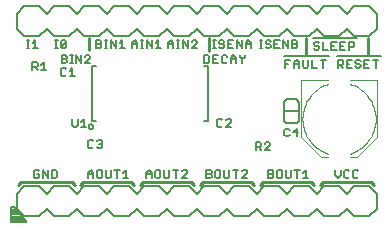
<source format=gto>
G75*
G70*
%OFA0B0*%
%FSLAX24Y24*%
%IPPOS*%
%LPD*%
%AMOC8*
5,1,8,0,0,1.08239X$1,22.5*
%
%ADD10C,0.0060*%
%ADD11C,0.0100*%
%ADD12C,0.0080*%
%ADD13C,0.0050*%
%ADD14C,0.0040*%
D10*
X001078Y002330D02*
X001165Y002330D01*
X001208Y002373D01*
X001208Y002460D01*
X001122Y002460D01*
X001208Y002547D02*
X001165Y002590D01*
X001078Y002590D01*
X001035Y002547D01*
X001035Y002373D01*
X001078Y002330D01*
X001330Y002330D02*
X001330Y002590D01*
X001503Y002330D01*
X001503Y002590D01*
X001624Y002590D02*
X001754Y002590D01*
X001798Y002547D01*
X001798Y002373D01*
X001754Y002330D01*
X001624Y002330D01*
X001624Y002590D01*
X002835Y002503D02*
X002835Y002330D01*
X002835Y002460D02*
X003008Y002460D01*
X003008Y002503D02*
X003008Y002330D01*
X003130Y002373D02*
X003173Y002330D01*
X003260Y002330D01*
X003303Y002373D01*
X003303Y002547D01*
X003260Y002590D01*
X003173Y002590D01*
X003130Y002547D01*
X003130Y002373D01*
X003008Y002503D02*
X002922Y002590D01*
X002835Y002503D01*
X003424Y002590D02*
X003424Y002373D01*
X003468Y002330D01*
X003554Y002330D01*
X003598Y002373D01*
X003598Y002590D01*
X003719Y002590D02*
X003892Y002590D01*
X003806Y002590D02*
X003806Y002330D01*
X004014Y002330D02*
X004187Y002330D01*
X004100Y002330D02*
X004100Y002590D01*
X004014Y002503D01*
X004785Y002503D02*
X004785Y002330D01*
X004785Y002460D02*
X004958Y002460D01*
X004958Y002503D02*
X004958Y002330D01*
X005080Y002373D02*
X005123Y002330D01*
X005210Y002330D01*
X005253Y002373D01*
X005253Y002547D01*
X005210Y002590D01*
X005123Y002590D01*
X005080Y002547D01*
X005080Y002373D01*
X004958Y002503D02*
X004872Y002590D01*
X004785Y002503D01*
X005374Y002590D02*
X005374Y002373D01*
X005418Y002330D01*
X005504Y002330D01*
X005548Y002373D01*
X005548Y002590D01*
X005669Y002590D02*
X005842Y002590D01*
X005756Y002590D02*
X005756Y002330D01*
X005964Y002330D02*
X006137Y002503D01*
X006137Y002547D01*
X006094Y002590D01*
X006007Y002590D01*
X005964Y002547D01*
X005964Y002330D02*
X006137Y002330D01*
X006785Y002330D02*
X006915Y002330D01*
X006958Y002373D01*
X006958Y002417D01*
X006915Y002460D01*
X006785Y002460D01*
X006785Y002330D02*
X006785Y002590D01*
X006915Y002590D01*
X006958Y002547D01*
X006958Y002503D01*
X006915Y002460D01*
X007080Y002373D02*
X007123Y002330D01*
X007210Y002330D01*
X007253Y002373D01*
X007253Y002547D01*
X007210Y002590D01*
X007123Y002590D01*
X007080Y002547D01*
X007080Y002373D01*
X007374Y002373D02*
X007374Y002590D01*
X007548Y002590D02*
X007548Y002373D01*
X007504Y002330D01*
X007418Y002330D01*
X007374Y002373D01*
X007669Y002590D02*
X007842Y002590D01*
X007756Y002590D02*
X007756Y002330D01*
X007964Y002330D02*
X008137Y002503D01*
X008137Y002547D01*
X008094Y002590D01*
X008007Y002590D01*
X007964Y002547D01*
X007964Y002330D02*
X008137Y002330D01*
X008835Y002330D02*
X008965Y002330D01*
X009008Y002373D01*
X009008Y002417D01*
X008965Y002460D01*
X008835Y002460D01*
X008835Y002330D02*
X008835Y002590D01*
X008965Y002590D01*
X009008Y002547D01*
X009008Y002503D01*
X008965Y002460D01*
X009130Y002373D02*
X009173Y002330D01*
X009260Y002330D01*
X009303Y002373D01*
X009303Y002547D01*
X009260Y002590D01*
X009173Y002590D01*
X009130Y002547D01*
X009130Y002373D01*
X009424Y002373D02*
X009424Y002590D01*
X009598Y002590D02*
X009598Y002373D01*
X009554Y002330D01*
X009468Y002330D01*
X009424Y002373D01*
X009719Y002590D02*
X009892Y002590D01*
X009806Y002590D02*
X009806Y002330D01*
X010014Y002330D02*
X010187Y002330D01*
X010100Y002330D02*
X010100Y002590D01*
X010014Y002503D01*
X011085Y002417D02*
X011172Y002330D01*
X011258Y002417D01*
X011258Y002590D01*
X011380Y002547D02*
X011380Y002373D01*
X011423Y002330D01*
X011510Y002330D01*
X011553Y002373D01*
X011674Y002373D02*
X011718Y002330D01*
X011804Y002330D01*
X011848Y002373D01*
X011674Y002373D02*
X011674Y002547D01*
X011718Y002590D01*
X011804Y002590D01*
X011848Y002547D01*
X011553Y002547D02*
X011510Y002590D01*
X011423Y002590D01*
X011380Y002547D01*
X011085Y002590D02*
X011085Y002417D01*
X009809Y003716D02*
X009809Y003977D01*
X009679Y003846D01*
X009853Y003846D01*
X009558Y003760D02*
X009515Y003716D01*
X009428Y003716D01*
X009385Y003760D01*
X009385Y003933D01*
X009428Y003977D01*
X009515Y003977D01*
X009558Y003933D01*
X009481Y004163D02*
X009757Y004163D01*
X009756Y004163D02*
X009774Y004162D01*
X009791Y004166D01*
X009807Y004172D01*
X009822Y004182D01*
X009834Y004194D01*
X009844Y004208D01*
X009851Y004224D01*
X009854Y004241D01*
X009855Y004241D02*
X009855Y004556D01*
X009383Y004556D01*
X009383Y004871D01*
X009386Y004888D01*
X009393Y004904D01*
X009403Y004918D01*
X009415Y004930D01*
X009430Y004940D01*
X009446Y004946D01*
X009463Y004950D01*
X009481Y004949D01*
X009481Y004950D02*
X009757Y004950D01*
X009756Y004949D02*
X009774Y004950D01*
X009791Y004946D01*
X009807Y004940D01*
X009822Y004930D01*
X009834Y004918D01*
X009844Y004904D01*
X009851Y004888D01*
X009854Y004871D01*
X009855Y004871D02*
X009855Y004556D01*
X009383Y004556D02*
X009383Y004241D01*
X009386Y004224D01*
X009393Y004208D01*
X009403Y004194D01*
X009415Y004182D01*
X009430Y004172D01*
X009446Y004166D01*
X009463Y004162D01*
X009481Y004163D01*
X008870Y003520D02*
X008784Y003520D01*
X008740Y003477D01*
X008619Y003477D02*
X008619Y003390D01*
X008576Y003347D01*
X008446Y003347D01*
X008532Y003347D02*
X008619Y003260D01*
X008740Y003260D02*
X008914Y003433D01*
X008914Y003477D01*
X008870Y003520D01*
X008619Y003477D02*
X008576Y003520D01*
X008446Y003520D01*
X008446Y003260D01*
X008740Y003260D02*
X008914Y003260D01*
X007603Y004030D02*
X007430Y004030D01*
X007603Y004203D01*
X007603Y004247D01*
X007560Y004290D01*
X007473Y004290D01*
X007430Y004247D01*
X007308Y004247D02*
X007265Y004290D01*
X007178Y004290D01*
X007135Y004247D01*
X007135Y004073D01*
X007178Y004030D01*
X007265Y004030D01*
X007308Y004073D01*
X009412Y006010D02*
X009412Y006270D01*
X009585Y006270D01*
X009706Y006183D02*
X009793Y006270D01*
X009880Y006183D01*
X009880Y006010D01*
X010001Y006053D02*
X010044Y006010D01*
X010131Y006010D01*
X010175Y006053D01*
X010175Y006270D01*
X010296Y006270D02*
X010296Y006010D01*
X010469Y006010D01*
X010677Y006010D02*
X010677Y006270D01*
X010590Y006270D02*
X010764Y006270D01*
X010855Y006390D02*
X009382Y006390D01*
X009412Y006140D02*
X009498Y006140D01*
X009706Y006140D02*
X009880Y006140D01*
X010001Y006053D02*
X010001Y006270D01*
X009706Y006183D02*
X009706Y006010D01*
X009770Y006660D02*
X009640Y006660D01*
X009640Y006920D01*
X009770Y006920D01*
X009814Y006877D01*
X009814Y006833D01*
X009770Y006790D01*
X009640Y006790D01*
X009770Y006790D02*
X009814Y006747D01*
X009814Y006703D01*
X009770Y006660D01*
X009519Y006660D02*
X009519Y006920D01*
X009346Y006920D02*
X009519Y006660D01*
X009346Y006660D02*
X009346Y006920D01*
X009225Y006920D02*
X009051Y006920D01*
X009051Y006660D01*
X009225Y006660D01*
X009138Y006790D02*
X009051Y006790D01*
X008930Y006747D02*
X008930Y006703D01*
X008887Y006660D01*
X008800Y006660D01*
X008756Y006703D01*
X008800Y006790D02*
X008887Y006790D01*
X008930Y006747D01*
X008800Y006790D02*
X008756Y006833D01*
X008756Y006877D01*
X008800Y006920D01*
X008887Y006920D01*
X008930Y006877D01*
X008647Y006920D02*
X008560Y006920D01*
X008603Y006920D02*
X008603Y006660D01*
X008560Y006660D02*
X008647Y006660D01*
X008264Y006660D02*
X008264Y006833D01*
X008177Y006920D01*
X008090Y006833D01*
X008090Y006660D01*
X007969Y006660D02*
X007969Y006920D01*
X008090Y006790D02*
X008264Y006790D01*
X007969Y006660D02*
X007796Y006920D01*
X007796Y006660D01*
X007675Y006660D02*
X007501Y006660D01*
X007501Y006920D01*
X007675Y006920D01*
X007588Y006790D02*
X007501Y006790D01*
X007380Y006747D02*
X007380Y006703D01*
X007337Y006660D01*
X007250Y006660D01*
X007206Y006703D01*
X007250Y006790D02*
X007337Y006790D01*
X007380Y006747D01*
X007250Y006790D02*
X007206Y006833D01*
X007206Y006877D01*
X007250Y006920D01*
X007337Y006920D01*
X007380Y006877D01*
X007097Y006920D02*
X007010Y006920D01*
X007053Y006920D02*
X007053Y006660D01*
X007010Y006660D02*
X007097Y006660D01*
X007180Y006420D02*
X007006Y006420D01*
X007006Y006160D01*
X007180Y006160D01*
X007301Y006203D02*
X007344Y006160D01*
X007431Y006160D01*
X007475Y006203D01*
X007596Y006160D02*
X007596Y006333D01*
X007682Y006420D01*
X007769Y006333D01*
X007769Y006160D01*
X007769Y006290D02*
X007596Y006290D01*
X007475Y006377D02*
X007431Y006420D01*
X007344Y006420D01*
X007301Y006377D01*
X007301Y006203D01*
X007093Y006290D02*
X007006Y006290D01*
X006885Y006203D02*
X006885Y006377D01*
X006842Y006420D01*
X006712Y006420D01*
X006712Y006160D01*
X006842Y006160D01*
X006885Y006203D01*
X006464Y006660D02*
X006290Y006660D01*
X006464Y006833D01*
X006464Y006877D01*
X006420Y006920D01*
X006334Y006920D01*
X006290Y006877D01*
X006169Y006920D02*
X006169Y006660D01*
X005996Y006920D01*
X005996Y006660D01*
X005886Y006660D02*
X005799Y006660D01*
X005843Y006660D02*
X005843Y006920D01*
X005886Y006920D02*
X005799Y006920D01*
X005678Y006833D02*
X005678Y006660D01*
X005505Y006660D02*
X005505Y006833D01*
X005591Y006920D01*
X005678Y006833D01*
X005678Y006790D02*
X005505Y006790D01*
X005264Y006660D02*
X005090Y006660D01*
X005177Y006660D02*
X005177Y006920D01*
X005090Y006833D01*
X004969Y006920D02*
X004969Y006660D01*
X004796Y006920D01*
X004796Y006660D01*
X004686Y006660D02*
X004599Y006660D01*
X004643Y006660D02*
X004643Y006920D01*
X004686Y006920D02*
X004599Y006920D01*
X004478Y006833D02*
X004478Y006660D01*
X004305Y006660D02*
X004305Y006833D01*
X004391Y006920D01*
X004478Y006833D01*
X004478Y006790D02*
X004305Y006790D01*
X004064Y006660D02*
X003890Y006660D01*
X003977Y006660D02*
X003977Y006920D01*
X003890Y006833D01*
X003769Y006920D02*
X003769Y006660D01*
X003596Y006920D01*
X003596Y006660D01*
X003486Y006660D02*
X003399Y006660D01*
X003443Y006660D02*
X003443Y006920D01*
X003486Y006920D02*
X003399Y006920D01*
X003278Y006877D02*
X003278Y006833D01*
X003235Y006790D01*
X003105Y006790D01*
X003235Y006790D02*
X003278Y006747D01*
X003278Y006703D01*
X003235Y006660D01*
X003105Y006660D01*
X003105Y006920D01*
X003235Y006920D01*
X003278Y006877D01*
X002870Y006420D02*
X002784Y006420D01*
X002740Y006377D01*
X002619Y006420D02*
X002619Y006160D01*
X002446Y006420D01*
X002446Y006160D01*
X002336Y006160D02*
X002249Y006160D01*
X002293Y006160D02*
X002293Y006420D01*
X002336Y006420D02*
X002249Y006420D01*
X002128Y006377D02*
X002128Y006333D01*
X002085Y006290D01*
X002128Y006247D01*
X002128Y006203D01*
X002085Y006160D01*
X001955Y006160D01*
X001955Y006420D01*
X002085Y006420D01*
X002128Y006377D01*
X002085Y006290D02*
X001955Y006290D01*
X001978Y005990D02*
X001935Y005947D01*
X001935Y005773D01*
X001978Y005730D01*
X002065Y005730D01*
X002108Y005773D01*
X002230Y005730D02*
X002403Y005730D01*
X002316Y005730D02*
X002316Y005990D01*
X002230Y005903D01*
X002108Y005947D02*
X002065Y005990D01*
X001978Y005990D01*
X001453Y005930D02*
X001280Y005930D01*
X001366Y005930D02*
X001366Y006190D01*
X001280Y006103D01*
X001158Y006060D02*
X001115Y006017D01*
X000985Y006017D01*
X001072Y006017D02*
X001158Y005930D01*
X001158Y006060D02*
X001158Y006147D01*
X001115Y006190D01*
X000985Y006190D01*
X000985Y005930D01*
X000990Y006660D02*
X001164Y006660D01*
X001077Y006660D02*
X001077Y006920D01*
X000990Y006833D01*
X000881Y006920D02*
X000794Y006920D01*
X000837Y006920D02*
X000837Y006660D01*
X000794Y006660D02*
X000881Y006660D01*
X001744Y006660D02*
X001831Y006660D01*
X001787Y006660D02*
X001787Y006920D01*
X001744Y006920D02*
X001831Y006920D01*
X001940Y006877D02*
X001984Y006920D01*
X002070Y006920D01*
X002114Y006877D01*
X001940Y006703D01*
X001984Y006660D01*
X002070Y006660D01*
X002114Y006703D01*
X002114Y006877D01*
X001940Y006877D02*
X001940Y006703D01*
X002740Y006160D02*
X002914Y006333D01*
X002914Y006377D01*
X002870Y006420D01*
X002914Y006160D02*
X002740Y006160D01*
X002696Y004295D02*
X002696Y004035D01*
X002782Y004035D02*
X002609Y004035D01*
X002488Y004079D02*
X002488Y004295D01*
X002609Y004209D02*
X002696Y004295D01*
X002488Y004079D02*
X002444Y004035D01*
X002358Y004035D01*
X002314Y004079D01*
X002314Y004295D01*
X002878Y003590D02*
X002835Y003547D01*
X002835Y003373D01*
X002878Y003330D01*
X002965Y003330D01*
X003008Y003373D01*
X003130Y003373D02*
X003173Y003330D01*
X003260Y003330D01*
X003303Y003373D01*
X003303Y003417D01*
X003260Y003460D01*
X003216Y003460D01*
X003260Y003460D02*
X003303Y003503D01*
X003303Y003547D01*
X003260Y003590D01*
X003173Y003590D01*
X003130Y003547D01*
X003008Y003547D02*
X002965Y003590D01*
X002878Y003590D01*
X007890Y006377D02*
X007977Y006290D01*
X007977Y006160D01*
X007977Y006290D02*
X008064Y006377D01*
X008064Y006420D01*
X007890Y006420D02*
X007890Y006377D01*
X010362Y006653D02*
X010405Y006610D01*
X010492Y006610D01*
X010535Y006653D01*
X010535Y006697D01*
X010492Y006740D01*
X010405Y006740D01*
X010362Y006783D01*
X010362Y006827D01*
X010405Y006870D01*
X010492Y006870D01*
X010535Y006827D01*
X010656Y006870D02*
X010656Y006610D01*
X010830Y006610D01*
X010951Y006610D02*
X011125Y006610D01*
X011246Y006610D02*
X011419Y006610D01*
X011540Y006610D02*
X011540Y006870D01*
X011670Y006870D01*
X011714Y006827D01*
X011714Y006740D01*
X011670Y006697D01*
X011540Y006697D01*
X011419Y006870D02*
X011246Y006870D01*
X011246Y006610D01*
X011246Y006740D02*
X011332Y006740D01*
X011125Y006870D02*
X010951Y006870D01*
X010951Y006610D01*
X010951Y006740D02*
X011038Y006740D01*
X011132Y006390D02*
X012605Y006390D01*
X012514Y006270D02*
X012340Y006270D01*
X012427Y006270D02*
X012427Y006010D01*
X012219Y006010D02*
X012046Y006010D01*
X012046Y006270D01*
X012219Y006270D01*
X012132Y006140D02*
X012046Y006140D01*
X011925Y006097D02*
X011925Y006053D01*
X011881Y006010D01*
X011794Y006010D01*
X011751Y006053D01*
X011794Y006140D02*
X011881Y006140D01*
X011925Y006097D01*
X011925Y006227D02*
X011881Y006270D01*
X011794Y006270D01*
X011751Y006227D01*
X011751Y006183D01*
X011794Y006140D01*
X011630Y006010D02*
X011456Y006010D01*
X011456Y006270D01*
X011630Y006270D01*
X011543Y006140D02*
X011456Y006140D01*
X011335Y006140D02*
X011335Y006227D01*
X011292Y006270D01*
X011162Y006270D01*
X011162Y006010D01*
X011162Y006097D02*
X011292Y006097D01*
X011335Y006140D01*
X011248Y006097D02*
X011335Y006010D01*
X011805Y006990D02*
X010332Y006990D01*
D11*
X010105Y007000D02*
X010105Y006450D01*
X012155Y006450D02*
X012155Y007000D01*
X006855Y007000D02*
X006855Y006550D01*
X002855Y006600D02*
X002855Y007000D01*
X002655Y002200D02*
X004255Y002200D01*
X004355Y002100D01*
X004555Y002100D02*
X004655Y002200D01*
X006255Y002200D01*
X006355Y002100D01*
X006555Y002100D02*
X006655Y002200D01*
X008255Y002200D01*
X008355Y002100D01*
X008555Y002100D02*
X008655Y002200D01*
X010255Y002200D01*
X010355Y002100D01*
X010555Y002100D02*
X010655Y002200D01*
X012255Y002200D01*
X012355Y002100D01*
X002655Y002200D02*
X002555Y002100D01*
X002405Y002100D02*
X002305Y002200D01*
X000605Y002200D01*
X000505Y002100D01*
D12*
X000255Y001350D02*
X000255Y000850D01*
X000755Y000850D01*
X000755Y000900D01*
X000355Y001350D01*
X000255Y001350D01*
X000355Y001350D01*
X000425Y001271D02*
X000255Y001271D01*
X000255Y001193D02*
X000495Y001193D01*
X000565Y001114D02*
X000255Y001114D01*
X000255Y001036D02*
X000635Y001036D01*
X000705Y001050D02*
X001205Y001050D01*
X001455Y001300D01*
X001705Y001050D01*
X002205Y001050D01*
X002455Y001300D01*
X002705Y001050D01*
X003205Y001050D01*
X003455Y001300D01*
X003705Y001050D01*
X004205Y001050D01*
X004455Y001300D01*
X004705Y001050D01*
X005205Y001050D01*
X005455Y001300D01*
X005705Y001050D01*
X006205Y001050D01*
X006455Y001300D01*
X006705Y001050D01*
X007205Y001050D01*
X007455Y001300D01*
X007705Y001050D01*
X008205Y001050D01*
X008455Y001300D01*
X008705Y001050D01*
X009205Y001050D01*
X009455Y001300D01*
X009705Y001050D01*
X010205Y001050D01*
X010455Y001300D01*
X010705Y001050D01*
X011205Y001050D01*
X011455Y001300D01*
X011705Y001050D01*
X012205Y001050D01*
X012455Y001300D01*
X012455Y001800D01*
X012205Y002050D01*
X011705Y002050D01*
X011455Y001800D01*
X011205Y002050D01*
X010705Y002050D01*
X010455Y001800D01*
X010205Y002050D01*
X009705Y002050D01*
X009455Y001800D01*
X009205Y002050D01*
X008705Y002050D01*
X008455Y001800D01*
X008205Y002050D01*
X007705Y002050D01*
X007455Y001800D01*
X007205Y002050D01*
X006705Y002050D01*
X006455Y001800D01*
X006205Y002050D01*
X005705Y002050D01*
X005455Y001800D01*
X005205Y002050D01*
X004705Y002050D01*
X004455Y001800D01*
X004205Y002050D01*
X003705Y002050D01*
X003455Y001800D01*
X003205Y002050D01*
X002705Y002050D01*
X002455Y001800D01*
X002205Y002050D01*
X001705Y002050D01*
X001455Y001800D01*
X001205Y002050D01*
X000705Y002050D01*
X000455Y001800D01*
X000455Y001300D01*
X000705Y001050D01*
X000704Y000957D02*
X000255Y000957D01*
X000255Y000879D02*
X000755Y000879D01*
X000705Y007050D02*
X001205Y007050D01*
X001455Y007300D01*
X001705Y007050D01*
X002205Y007050D01*
X002455Y007300D01*
X002705Y007050D01*
X003205Y007050D01*
X003455Y007300D01*
X003705Y007050D01*
X004205Y007050D01*
X004455Y007300D01*
X004705Y007050D01*
X005205Y007050D01*
X005455Y007300D01*
X005705Y007050D01*
X006205Y007050D01*
X006455Y007300D01*
X006705Y007050D01*
X007205Y007050D01*
X007455Y007300D01*
X007705Y007050D01*
X008205Y007050D01*
X008455Y007300D01*
X008705Y007050D01*
X009205Y007050D01*
X009455Y007300D01*
X009705Y007050D01*
X010205Y007050D01*
X010455Y007300D01*
X010705Y007050D01*
X011205Y007050D01*
X011455Y007300D01*
X011705Y007050D01*
X012205Y007050D01*
X012455Y007300D01*
X012455Y007800D01*
X012205Y008050D01*
X011705Y008050D01*
X011455Y007800D01*
X011205Y008050D01*
X010705Y008050D01*
X010455Y007800D01*
X010205Y008050D01*
X009705Y008050D01*
X009455Y007800D01*
X009205Y008050D01*
X008705Y008050D01*
X008455Y007800D01*
X008205Y008050D01*
X007705Y008050D01*
X007455Y007800D01*
X007205Y008050D01*
X006705Y008050D01*
X006455Y007800D01*
X006205Y008050D01*
X005705Y008050D01*
X005455Y007800D01*
X005205Y008050D01*
X004705Y008050D01*
X004455Y007800D01*
X004205Y008050D01*
X003705Y008050D01*
X003455Y007800D01*
X003205Y008050D01*
X002705Y008050D01*
X002455Y007800D01*
X002205Y008050D01*
X001705Y008050D01*
X001455Y007800D01*
X001205Y008050D01*
X000705Y008050D01*
X000455Y007800D01*
X000455Y007300D01*
X000705Y007050D01*
D13*
X002976Y006056D02*
X002976Y004244D01*
X003094Y004244D01*
X002857Y004048D02*
X002859Y004066D01*
X002865Y004082D01*
X002874Y004097D01*
X002887Y004110D01*
X002902Y004119D01*
X002918Y004125D01*
X002936Y004127D01*
X002954Y004125D01*
X002970Y004119D01*
X002985Y004110D01*
X002998Y004097D01*
X003007Y004082D01*
X003013Y004066D01*
X003015Y004048D01*
X003013Y004030D01*
X003007Y004014D01*
X002998Y003999D01*
X002985Y003986D01*
X002970Y003977D01*
X002954Y003971D01*
X002936Y003969D01*
X002918Y003971D01*
X002902Y003977D01*
X002887Y003986D01*
X002874Y003999D01*
X002865Y004014D01*
X002859Y004030D01*
X002857Y004048D01*
X002976Y006056D02*
X003094Y006056D01*
X006716Y006056D02*
X006834Y006056D01*
X006834Y004244D01*
X006716Y004244D01*
D14*
X009925Y003690D02*
X009925Y005580D01*
X010831Y005580D01*
X011579Y005580D02*
X012485Y005580D01*
X012485Y003690D01*
X011815Y003020D01*
X011579Y003020D01*
X010831Y003020D02*
X010595Y003020D01*
X009925Y003690D01*
X011579Y003139D02*
X011643Y003161D01*
X011706Y003188D01*
X011768Y003218D01*
X011827Y003251D01*
X011885Y003287D01*
X011941Y003327D01*
X011994Y003370D01*
X012045Y003415D01*
X012093Y003463D01*
X012138Y003514D01*
X012181Y003568D01*
X012220Y003624D01*
X012257Y003681D01*
X012290Y003741D01*
X012319Y003803D01*
X012345Y003866D01*
X012368Y003930D01*
X012387Y003996D01*
X012402Y004063D01*
X012413Y004130D01*
X012421Y004198D01*
X012425Y004266D01*
X012425Y004334D01*
X012421Y004402D01*
X012413Y004470D01*
X012402Y004537D01*
X012387Y004604D01*
X012368Y004670D01*
X012345Y004734D01*
X012319Y004797D01*
X012290Y004859D01*
X012257Y004919D01*
X012220Y004976D01*
X012181Y005032D01*
X012138Y005086D01*
X012093Y005137D01*
X012045Y005185D01*
X011994Y005230D01*
X011941Y005273D01*
X011885Y005313D01*
X011827Y005349D01*
X011768Y005382D01*
X011706Y005412D01*
X011643Y005439D01*
X011579Y005461D01*
X010831Y005461D02*
X010767Y005439D01*
X010704Y005412D01*
X010642Y005382D01*
X010583Y005349D01*
X010525Y005313D01*
X010469Y005273D01*
X010416Y005230D01*
X010365Y005185D01*
X010317Y005137D01*
X010272Y005086D01*
X010229Y005032D01*
X010190Y004976D01*
X010153Y004919D01*
X010120Y004859D01*
X010091Y004797D01*
X010065Y004734D01*
X010042Y004670D01*
X010023Y004604D01*
X010008Y004537D01*
X009997Y004470D01*
X009989Y004402D01*
X009985Y004334D01*
X009985Y004266D01*
X009989Y004198D01*
X009997Y004130D01*
X010008Y004063D01*
X010023Y003996D01*
X010042Y003930D01*
X010065Y003866D01*
X010091Y003803D01*
X010120Y003741D01*
X010153Y003681D01*
X010190Y003624D01*
X010229Y003568D01*
X010272Y003514D01*
X010317Y003463D01*
X010365Y003415D01*
X010416Y003370D01*
X010469Y003327D01*
X010525Y003287D01*
X010583Y003251D01*
X010642Y003218D01*
X010704Y003188D01*
X010767Y003161D01*
X010831Y003139D01*
M02*

</source>
